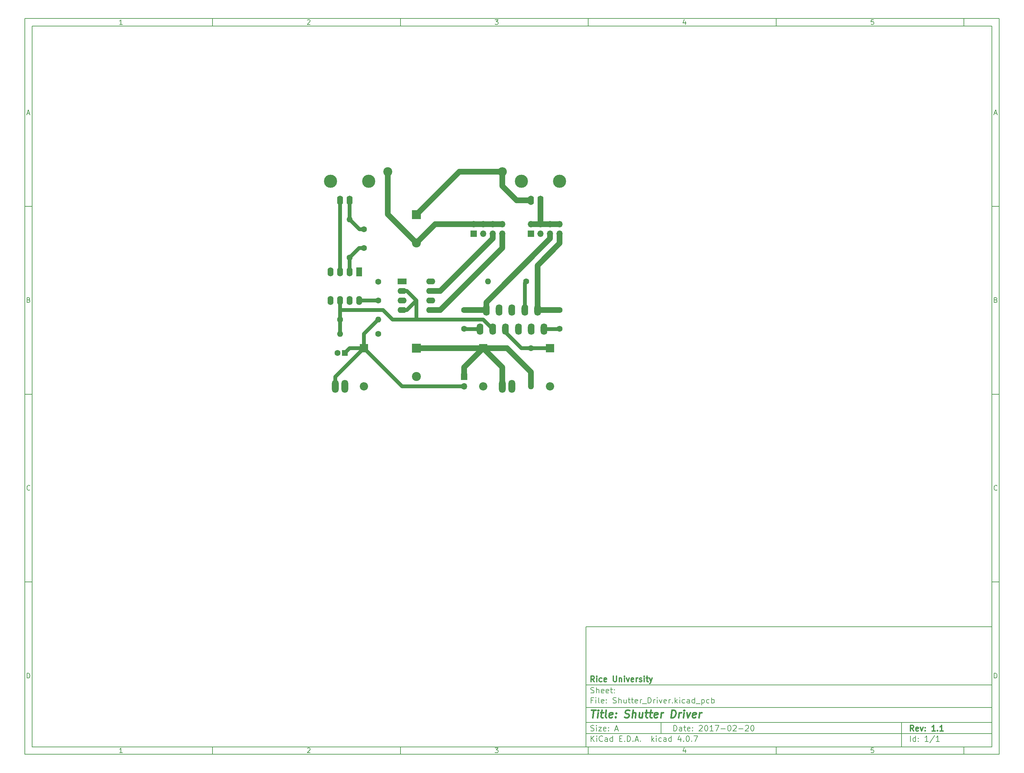
<source format=gtl>
%TF.GenerationSoftware,KiCad,Pcbnew,4.0.7*%
%TF.CreationDate,2018-02-11T16:58:38-06:00*%
%TF.ProjectId,Shutter_Driver,536875747465725F4472697665722E6B,1.1*%
%TF.FileFunction,Copper,L1,Top,Signal*%
%FSLAX46Y46*%
G04 Gerber Fmt 4.6, Leading zero omitted, Abs format (unit mm)*
G04 Created by KiCad (PCBNEW 4.0.7) date 02/11/18 16:58:38*
%MOMM*%
%LPD*%
G01*
G04 APERTURE LIST*
%ADD10C,0.100000*%
%ADD11C,0.150000*%
%ADD12C,0.300000*%
%ADD13C,0.400000*%
%ADD14O,1.800860X3.500120*%
%ADD15R,1.700000X1.700000*%
%ADD16O,1.700000X1.700000*%
%ADD17O,1.778000X3.048000*%
%ADD18C,3.500120*%
%ADD19O,1.600200X2.499360*%
%ADD20C,1.600000*%
%ADD21R,2.400000X2.400000*%
%ADD22C,2.400000*%
%ADD23R,1.600000X1.600000*%
%ADD24R,2.200000X2.200000*%
%ADD25O,2.200000X2.200000*%
%ADD26O,1.600000X1.600000*%
%ADD27O,2.400000X2.400000*%
%ADD28R,1.600000X2.400000*%
%ADD29O,1.600000X2.400000*%
%ADD30R,2.400000X1.600000*%
%ADD31O,2.400000X1.600000*%
%ADD32C,1.000000*%
%ADD33C,1.500000*%
G04 APERTURE END LIST*
D10*
D11*
X159400000Y-171900000D02*
X159400000Y-203900000D01*
X267400000Y-203900000D01*
X267400000Y-171900000D01*
X159400000Y-171900000D01*
D10*
D11*
X10000000Y-10000000D02*
X10000000Y-205900000D01*
X269400000Y-205900000D01*
X269400000Y-10000000D01*
X10000000Y-10000000D01*
D10*
D11*
X12000000Y-12000000D02*
X12000000Y-203900000D01*
X267400000Y-203900000D01*
X267400000Y-12000000D01*
X12000000Y-12000000D01*
D10*
D11*
X60000000Y-12000000D02*
X60000000Y-10000000D01*
D10*
D11*
X110000000Y-12000000D02*
X110000000Y-10000000D01*
D10*
D11*
X160000000Y-12000000D02*
X160000000Y-10000000D01*
D10*
D11*
X210000000Y-12000000D02*
X210000000Y-10000000D01*
D10*
D11*
X260000000Y-12000000D02*
X260000000Y-10000000D01*
D10*
D11*
X35990476Y-11588095D02*
X35247619Y-11588095D01*
X35619048Y-11588095D02*
X35619048Y-10288095D01*
X35495238Y-10473810D01*
X35371429Y-10597619D01*
X35247619Y-10659524D01*
D10*
D11*
X85247619Y-10411905D02*
X85309524Y-10350000D01*
X85433333Y-10288095D01*
X85742857Y-10288095D01*
X85866667Y-10350000D01*
X85928571Y-10411905D01*
X85990476Y-10535714D01*
X85990476Y-10659524D01*
X85928571Y-10845238D01*
X85185714Y-11588095D01*
X85990476Y-11588095D01*
D10*
D11*
X135185714Y-10288095D02*
X135990476Y-10288095D01*
X135557143Y-10783333D01*
X135742857Y-10783333D01*
X135866667Y-10845238D01*
X135928571Y-10907143D01*
X135990476Y-11030952D01*
X135990476Y-11340476D01*
X135928571Y-11464286D01*
X135866667Y-11526190D01*
X135742857Y-11588095D01*
X135371429Y-11588095D01*
X135247619Y-11526190D01*
X135185714Y-11464286D01*
D10*
D11*
X185866667Y-10721429D02*
X185866667Y-11588095D01*
X185557143Y-10226190D02*
X185247619Y-11154762D01*
X186052381Y-11154762D01*
D10*
D11*
X235928571Y-10288095D02*
X235309524Y-10288095D01*
X235247619Y-10907143D01*
X235309524Y-10845238D01*
X235433333Y-10783333D01*
X235742857Y-10783333D01*
X235866667Y-10845238D01*
X235928571Y-10907143D01*
X235990476Y-11030952D01*
X235990476Y-11340476D01*
X235928571Y-11464286D01*
X235866667Y-11526190D01*
X235742857Y-11588095D01*
X235433333Y-11588095D01*
X235309524Y-11526190D01*
X235247619Y-11464286D01*
D10*
D11*
X60000000Y-203900000D02*
X60000000Y-205900000D01*
D10*
D11*
X110000000Y-203900000D02*
X110000000Y-205900000D01*
D10*
D11*
X160000000Y-203900000D02*
X160000000Y-205900000D01*
D10*
D11*
X210000000Y-203900000D02*
X210000000Y-205900000D01*
D10*
D11*
X260000000Y-203900000D02*
X260000000Y-205900000D01*
D10*
D11*
X35990476Y-205488095D02*
X35247619Y-205488095D01*
X35619048Y-205488095D02*
X35619048Y-204188095D01*
X35495238Y-204373810D01*
X35371429Y-204497619D01*
X35247619Y-204559524D01*
D10*
D11*
X85247619Y-204311905D02*
X85309524Y-204250000D01*
X85433333Y-204188095D01*
X85742857Y-204188095D01*
X85866667Y-204250000D01*
X85928571Y-204311905D01*
X85990476Y-204435714D01*
X85990476Y-204559524D01*
X85928571Y-204745238D01*
X85185714Y-205488095D01*
X85990476Y-205488095D01*
D10*
D11*
X135185714Y-204188095D02*
X135990476Y-204188095D01*
X135557143Y-204683333D01*
X135742857Y-204683333D01*
X135866667Y-204745238D01*
X135928571Y-204807143D01*
X135990476Y-204930952D01*
X135990476Y-205240476D01*
X135928571Y-205364286D01*
X135866667Y-205426190D01*
X135742857Y-205488095D01*
X135371429Y-205488095D01*
X135247619Y-205426190D01*
X135185714Y-205364286D01*
D10*
D11*
X185866667Y-204621429D02*
X185866667Y-205488095D01*
X185557143Y-204126190D02*
X185247619Y-205054762D01*
X186052381Y-205054762D01*
D10*
D11*
X235928571Y-204188095D02*
X235309524Y-204188095D01*
X235247619Y-204807143D01*
X235309524Y-204745238D01*
X235433333Y-204683333D01*
X235742857Y-204683333D01*
X235866667Y-204745238D01*
X235928571Y-204807143D01*
X235990476Y-204930952D01*
X235990476Y-205240476D01*
X235928571Y-205364286D01*
X235866667Y-205426190D01*
X235742857Y-205488095D01*
X235433333Y-205488095D01*
X235309524Y-205426190D01*
X235247619Y-205364286D01*
D10*
D11*
X10000000Y-60000000D02*
X12000000Y-60000000D01*
D10*
D11*
X10000000Y-110000000D02*
X12000000Y-110000000D01*
D10*
D11*
X10000000Y-160000000D02*
X12000000Y-160000000D01*
D10*
D11*
X10690476Y-35216667D02*
X11309524Y-35216667D01*
X10566667Y-35588095D02*
X11000000Y-34288095D01*
X11433333Y-35588095D01*
D10*
D11*
X11092857Y-84907143D02*
X11278571Y-84969048D01*
X11340476Y-85030952D01*
X11402381Y-85154762D01*
X11402381Y-85340476D01*
X11340476Y-85464286D01*
X11278571Y-85526190D01*
X11154762Y-85588095D01*
X10659524Y-85588095D01*
X10659524Y-84288095D01*
X11092857Y-84288095D01*
X11216667Y-84350000D01*
X11278571Y-84411905D01*
X11340476Y-84535714D01*
X11340476Y-84659524D01*
X11278571Y-84783333D01*
X11216667Y-84845238D01*
X11092857Y-84907143D01*
X10659524Y-84907143D01*
D10*
D11*
X11402381Y-135464286D02*
X11340476Y-135526190D01*
X11154762Y-135588095D01*
X11030952Y-135588095D01*
X10845238Y-135526190D01*
X10721429Y-135402381D01*
X10659524Y-135278571D01*
X10597619Y-135030952D01*
X10597619Y-134845238D01*
X10659524Y-134597619D01*
X10721429Y-134473810D01*
X10845238Y-134350000D01*
X11030952Y-134288095D01*
X11154762Y-134288095D01*
X11340476Y-134350000D01*
X11402381Y-134411905D01*
D10*
D11*
X10659524Y-185588095D02*
X10659524Y-184288095D01*
X10969048Y-184288095D01*
X11154762Y-184350000D01*
X11278571Y-184473810D01*
X11340476Y-184597619D01*
X11402381Y-184845238D01*
X11402381Y-185030952D01*
X11340476Y-185278571D01*
X11278571Y-185402381D01*
X11154762Y-185526190D01*
X10969048Y-185588095D01*
X10659524Y-185588095D01*
D10*
D11*
X269400000Y-60000000D02*
X267400000Y-60000000D01*
D10*
D11*
X269400000Y-110000000D02*
X267400000Y-110000000D01*
D10*
D11*
X269400000Y-160000000D02*
X267400000Y-160000000D01*
D10*
D11*
X268090476Y-35216667D02*
X268709524Y-35216667D01*
X267966667Y-35588095D02*
X268400000Y-34288095D01*
X268833333Y-35588095D01*
D10*
D11*
X268492857Y-84907143D02*
X268678571Y-84969048D01*
X268740476Y-85030952D01*
X268802381Y-85154762D01*
X268802381Y-85340476D01*
X268740476Y-85464286D01*
X268678571Y-85526190D01*
X268554762Y-85588095D01*
X268059524Y-85588095D01*
X268059524Y-84288095D01*
X268492857Y-84288095D01*
X268616667Y-84350000D01*
X268678571Y-84411905D01*
X268740476Y-84535714D01*
X268740476Y-84659524D01*
X268678571Y-84783333D01*
X268616667Y-84845238D01*
X268492857Y-84907143D01*
X268059524Y-84907143D01*
D10*
D11*
X268802381Y-135464286D02*
X268740476Y-135526190D01*
X268554762Y-135588095D01*
X268430952Y-135588095D01*
X268245238Y-135526190D01*
X268121429Y-135402381D01*
X268059524Y-135278571D01*
X267997619Y-135030952D01*
X267997619Y-134845238D01*
X268059524Y-134597619D01*
X268121429Y-134473810D01*
X268245238Y-134350000D01*
X268430952Y-134288095D01*
X268554762Y-134288095D01*
X268740476Y-134350000D01*
X268802381Y-134411905D01*
D10*
D11*
X268059524Y-185588095D02*
X268059524Y-184288095D01*
X268369048Y-184288095D01*
X268554762Y-184350000D01*
X268678571Y-184473810D01*
X268740476Y-184597619D01*
X268802381Y-184845238D01*
X268802381Y-185030952D01*
X268740476Y-185278571D01*
X268678571Y-185402381D01*
X268554762Y-185526190D01*
X268369048Y-185588095D01*
X268059524Y-185588095D01*
D10*
D11*
X182757143Y-199678571D02*
X182757143Y-198178571D01*
X183114286Y-198178571D01*
X183328571Y-198250000D01*
X183471429Y-198392857D01*
X183542857Y-198535714D01*
X183614286Y-198821429D01*
X183614286Y-199035714D01*
X183542857Y-199321429D01*
X183471429Y-199464286D01*
X183328571Y-199607143D01*
X183114286Y-199678571D01*
X182757143Y-199678571D01*
X184900000Y-199678571D02*
X184900000Y-198892857D01*
X184828571Y-198750000D01*
X184685714Y-198678571D01*
X184400000Y-198678571D01*
X184257143Y-198750000D01*
X184900000Y-199607143D02*
X184757143Y-199678571D01*
X184400000Y-199678571D01*
X184257143Y-199607143D01*
X184185714Y-199464286D01*
X184185714Y-199321429D01*
X184257143Y-199178571D01*
X184400000Y-199107143D01*
X184757143Y-199107143D01*
X184900000Y-199035714D01*
X185400000Y-198678571D02*
X185971429Y-198678571D01*
X185614286Y-198178571D02*
X185614286Y-199464286D01*
X185685714Y-199607143D01*
X185828572Y-199678571D01*
X185971429Y-199678571D01*
X187042857Y-199607143D02*
X186900000Y-199678571D01*
X186614286Y-199678571D01*
X186471429Y-199607143D01*
X186400000Y-199464286D01*
X186400000Y-198892857D01*
X186471429Y-198750000D01*
X186614286Y-198678571D01*
X186900000Y-198678571D01*
X187042857Y-198750000D01*
X187114286Y-198892857D01*
X187114286Y-199035714D01*
X186400000Y-199178571D01*
X187757143Y-199535714D02*
X187828571Y-199607143D01*
X187757143Y-199678571D01*
X187685714Y-199607143D01*
X187757143Y-199535714D01*
X187757143Y-199678571D01*
X187757143Y-198750000D02*
X187828571Y-198821429D01*
X187757143Y-198892857D01*
X187685714Y-198821429D01*
X187757143Y-198750000D01*
X187757143Y-198892857D01*
X189542857Y-198321429D02*
X189614286Y-198250000D01*
X189757143Y-198178571D01*
X190114286Y-198178571D01*
X190257143Y-198250000D01*
X190328572Y-198321429D01*
X190400000Y-198464286D01*
X190400000Y-198607143D01*
X190328572Y-198821429D01*
X189471429Y-199678571D01*
X190400000Y-199678571D01*
X191328571Y-198178571D02*
X191471428Y-198178571D01*
X191614285Y-198250000D01*
X191685714Y-198321429D01*
X191757143Y-198464286D01*
X191828571Y-198750000D01*
X191828571Y-199107143D01*
X191757143Y-199392857D01*
X191685714Y-199535714D01*
X191614285Y-199607143D01*
X191471428Y-199678571D01*
X191328571Y-199678571D01*
X191185714Y-199607143D01*
X191114285Y-199535714D01*
X191042857Y-199392857D01*
X190971428Y-199107143D01*
X190971428Y-198750000D01*
X191042857Y-198464286D01*
X191114285Y-198321429D01*
X191185714Y-198250000D01*
X191328571Y-198178571D01*
X193257142Y-199678571D02*
X192399999Y-199678571D01*
X192828571Y-199678571D02*
X192828571Y-198178571D01*
X192685714Y-198392857D01*
X192542856Y-198535714D01*
X192399999Y-198607143D01*
X193757142Y-198178571D02*
X194757142Y-198178571D01*
X194114285Y-199678571D01*
X195328570Y-199107143D02*
X196471427Y-199107143D01*
X197471427Y-198178571D02*
X197614284Y-198178571D01*
X197757141Y-198250000D01*
X197828570Y-198321429D01*
X197899999Y-198464286D01*
X197971427Y-198750000D01*
X197971427Y-199107143D01*
X197899999Y-199392857D01*
X197828570Y-199535714D01*
X197757141Y-199607143D01*
X197614284Y-199678571D01*
X197471427Y-199678571D01*
X197328570Y-199607143D01*
X197257141Y-199535714D01*
X197185713Y-199392857D01*
X197114284Y-199107143D01*
X197114284Y-198750000D01*
X197185713Y-198464286D01*
X197257141Y-198321429D01*
X197328570Y-198250000D01*
X197471427Y-198178571D01*
X198542855Y-198321429D02*
X198614284Y-198250000D01*
X198757141Y-198178571D01*
X199114284Y-198178571D01*
X199257141Y-198250000D01*
X199328570Y-198321429D01*
X199399998Y-198464286D01*
X199399998Y-198607143D01*
X199328570Y-198821429D01*
X198471427Y-199678571D01*
X199399998Y-199678571D01*
X200042855Y-199107143D02*
X201185712Y-199107143D01*
X201828569Y-198321429D02*
X201899998Y-198250000D01*
X202042855Y-198178571D01*
X202399998Y-198178571D01*
X202542855Y-198250000D01*
X202614284Y-198321429D01*
X202685712Y-198464286D01*
X202685712Y-198607143D01*
X202614284Y-198821429D01*
X201757141Y-199678571D01*
X202685712Y-199678571D01*
X203614283Y-198178571D02*
X203757140Y-198178571D01*
X203899997Y-198250000D01*
X203971426Y-198321429D01*
X204042855Y-198464286D01*
X204114283Y-198750000D01*
X204114283Y-199107143D01*
X204042855Y-199392857D01*
X203971426Y-199535714D01*
X203899997Y-199607143D01*
X203757140Y-199678571D01*
X203614283Y-199678571D01*
X203471426Y-199607143D01*
X203399997Y-199535714D01*
X203328569Y-199392857D01*
X203257140Y-199107143D01*
X203257140Y-198750000D01*
X203328569Y-198464286D01*
X203399997Y-198321429D01*
X203471426Y-198250000D01*
X203614283Y-198178571D01*
D10*
D11*
X159400000Y-200400000D02*
X267400000Y-200400000D01*
D10*
D11*
X160757143Y-202478571D02*
X160757143Y-200978571D01*
X161614286Y-202478571D02*
X160971429Y-201621429D01*
X161614286Y-200978571D02*
X160757143Y-201835714D01*
X162257143Y-202478571D02*
X162257143Y-201478571D01*
X162257143Y-200978571D02*
X162185714Y-201050000D01*
X162257143Y-201121429D01*
X162328571Y-201050000D01*
X162257143Y-200978571D01*
X162257143Y-201121429D01*
X163828572Y-202335714D02*
X163757143Y-202407143D01*
X163542857Y-202478571D01*
X163400000Y-202478571D01*
X163185715Y-202407143D01*
X163042857Y-202264286D01*
X162971429Y-202121429D01*
X162900000Y-201835714D01*
X162900000Y-201621429D01*
X162971429Y-201335714D01*
X163042857Y-201192857D01*
X163185715Y-201050000D01*
X163400000Y-200978571D01*
X163542857Y-200978571D01*
X163757143Y-201050000D01*
X163828572Y-201121429D01*
X165114286Y-202478571D02*
X165114286Y-201692857D01*
X165042857Y-201550000D01*
X164900000Y-201478571D01*
X164614286Y-201478571D01*
X164471429Y-201550000D01*
X165114286Y-202407143D02*
X164971429Y-202478571D01*
X164614286Y-202478571D01*
X164471429Y-202407143D01*
X164400000Y-202264286D01*
X164400000Y-202121429D01*
X164471429Y-201978571D01*
X164614286Y-201907143D01*
X164971429Y-201907143D01*
X165114286Y-201835714D01*
X166471429Y-202478571D02*
X166471429Y-200978571D01*
X166471429Y-202407143D02*
X166328572Y-202478571D01*
X166042858Y-202478571D01*
X165900000Y-202407143D01*
X165828572Y-202335714D01*
X165757143Y-202192857D01*
X165757143Y-201764286D01*
X165828572Y-201621429D01*
X165900000Y-201550000D01*
X166042858Y-201478571D01*
X166328572Y-201478571D01*
X166471429Y-201550000D01*
X168328572Y-201692857D02*
X168828572Y-201692857D01*
X169042858Y-202478571D02*
X168328572Y-202478571D01*
X168328572Y-200978571D01*
X169042858Y-200978571D01*
X169685715Y-202335714D02*
X169757143Y-202407143D01*
X169685715Y-202478571D01*
X169614286Y-202407143D01*
X169685715Y-202335714D01*
X169685715Y-202478571D01*
X170400001Y-202478571D02*
X170400001Y-200978571D01*
X170757144Y-200978571D01*
X170971429Y-201050000D01*
X171114287Y-201192857D01*
X171185715Y-201335714D01*
X171257144Y-201621429D01*
X171257144Y-201835714D01*
X171185715Y-202121429D01*
X171114287Y-202264286D01*
X170971429Y-202407143D01*
X170757144Y-202478571D01*
X170400001Y-202478571D01*
X171900001Y-202335714D02*
X171971429Y-202407143D01*
X171900001Y-202478571D01*
X171828572Y-202407143D01*
X171900001Y-202335714D01*
X171900001Y-202478571D01*
X172542858Y-202050000D02*
X173257144Y-202050000D01*
X172400001Y-202478571D02*
X172900001Y-200978571D01*
X173400001Y-202478571D01*
X173900001Y-202335714D02*
X173971429Y-202407143D01*
X173900001Y-202478571D01*
X173828572Y-202407143D01*
X173900001Y-202335714D01*
X173900001Y-202478571D01*
X176900001Y-202478571D02*
X176900001Y-200978571D01*
X177042858Y-201907143D02*
X177471429Y-202478571D01*
X177471429Y-201478571D02*
X176900001Y-202050000D01*
X178114287Y-202478571D02*
X178114287Y-201478571D01*
X178114287Y-200978571D02*
X178042858Y-201050000D01*
X178114287Y-201121429D01*
X178185715Y-201050000D01*
X178114287Y-200978571D01*
X178114287Y-201121429D01*
X179471430Y-202407143D02*
X179328573Y-202478571D01*
X179042859Y-202478571D01*
X178900001Y-202407143D01*
X178828573Y-202335714D01*
X178757144Y-202192857D01*
X178757144Y-201764286D01*
X178828573Y-201621429D01*
X178900001Y-201550000D01*
X179042859Y-201478571D01*
X179328573Y-201478571D01*
X179471430Y-201550000D01*
X180757144Y-202478571D02*
X180757144Y-201692857D01*
X180685715Y-201550000D01*
X180542858Y-201478571D01*
X180257144Y-201478571D01*
X180114287Y-201550000D01*
X180757144Y-202407143D02*
X180614287Y-202478571D01*
X180257144Y-202478571D01*
X180114287Y-202407143D01*
X180042858Y-202264286D01*
X180042858Y-202121429D01*
X180114287Y-201978571D01*
X180257144Y-201907143D01*
X180614287Y-201907143D01*
X180757144Y-201835714D01*
X182114287Y-202478571D02*
X182114287Y-200978571D01*
X182114287Y-202407143D02*
X181971430Y-202478571D01*
X181685716Y-202478571D01*
X181542858Y-202407143D01*
X181471430Y-202335714D01*
X181400001Y-202192857D01*
X181400001Y-201764286D01*
X181471430Y-201621429D01*
X181542858Y-201550000D01*
X181685716Y-201478571D01*
X181971430Y-201478571D01*
X182114287Y-201550000D01*
X184614287Y-201478571D02*
X184614287Y-202478571D01*
X184257144Y-200907143D02*
X183900001Y-201978571D01*
X184828573Y-201978571D01*
X185400001Y-202335714D02*
X185471429Y-202407143D01*
X185400001Y-202478571D01*
X185328572Y-202407143D01*
X185400001Y-202335714D01*
X185400001Y-202478571D01*
X186400001Y-200978571D02*
X186542858Y-200978571D01*
X186685715Y-201050000D01*
X186757144Y-201121429D01*
X186828573Y-201264286D01*
X186900001Y-201550000D01*
X186900001Y-201907143D01*
X186828573Y-202192857D01*
X186757144Y-202335714D01*
X186685715Y-202407143D01*
X186542858Y-202478571D01*
X186400001Y-202478571D01*
X186257144Y-202407143D01*
X186185715Y-202335714D01*
X186114287Y-202192857D01*
X186042858Y-201907143D01*
X186042858Y-201550000D01*
X186114287Y-201264286D01*
X186185715Y-201121429D01*
X186257144Y-201050000D01*
X186400001Y-200978571D01*
X187542858Y-202335714D02*
X187614286Y-202407143D01*
X187542858Y-202478571D01*
X187471429Y-202407143D01*
X187542858Y-202335714D01*
X187542858Y-202478571D01*
X188114287Y-200978571D02*
X189114287Y-200978571D01*
X188471430Y-202478571D01*
D10*
D11*
X159400000Y-197400000D02*
X267400000Y-197400000D01*
D10*
D12*
X246614286Y-199678571D02*
X246114286Y-198964286D01*
X245757143Y-199678571D02*
X245757143Y-198178571D01*
X246328571Y-198178571D01*
X246471429Y-198250000D01*
X246542857Y-198321429D01*
X246614286Y-198464286D01*
X246614286Y-198678571D01*
X246542857Y-198821429D01*
X246471429Y-198892857D01*
X246328571Y-198964286D01*
X245757143Y-198964286D01*
X247828571Y-199607143D02*
X247685714Y-199678571D01*
X247400000Y-199678571D01*
X247257143Y-199607143D01*
X247185714Y-199464286D01*
X247185714Y-198892857D01*
X247257143Y-198750000D01*
X247400000Y-198678571D01*
X247685714Y-198678571D01*
X247828571Y-198750000D01*
X247900000Y-198892857D01*
X247900000Y-199035714D01*
X247185714Y-199178571D01*
X248400000Y-198678571D02*
X248757143Y-199678571D01*
X249114285Y-198678571D01*
X249685714Y-199535714D02*
X249757142Y-199607143D01*
X249685714Y-199678571D01*
X249614285Y-199607143D01*
X249685714Y-199535714D01*
X249685714Y-199678571D01*
X249685714Y-198750000D02*
X249757142Y-198821429D01*
X249685714Y-198892857D01*
X249614285Y-198821429D01*
X249685714Y-198750000D01*
X249685714Y-198892857D01*
X252328571Y-199678571D02*
X251471428Y-199678571D01*
X251900000Y-199678571D02*
X251900000Y-198178571D01*
X251757143Y-198392857D01*
X251614285Y-198535714D01*
X251471428Y-198607143D01*
X252971428Y-199535714D02*
X253042856Y-199607143D01*
X252971428Y-199678571D01*
X252899999Y-199607143D01*
X252971428Y-199535714D01*
X252971428Y-199678571D01*
X254471428Y-199678571D02*
X253614285Y-199678571D01*
X254042857Y-199678571D02*
X254042857Y-198178571D01*
X253900000Y-198392857D01*
X253757142Y-198535714D01*
X253614285Y-198607143D01*
D10*
D11*
X160685714Y-199607143D02*
X160900000Y-199678571D01*
X161257143Y-199678571D01*
X161400000Y-199607143D01*
X161471429Y-199535714D01*
X161542857Y-199392857D01*
X161542857Y-199250000D01*
X161471429Y-199107143D01*
X161400000Y-199035714D01*
X161257143Y-198964286D01*
X160971429Y-198892857D01*
X160828571Y-198821429D01*
X160757143Y-198750000D01*
X160685714Y-198607143D01*
X160685714Y-198464286D01*
X160757143Y-198321429D01*
X160828571Y-198250000D01*
X160971429Y-198178571D01*
X161328571Y-198178571D01*
X161542857Y-198250000D01*
X162185714Y-199678571D02*
X162185714Y-198678571D01*
X162185714Y-198178571D02*
X162114285Y-198250000D01*
X162185714Y-198321429D01*
X162257142Y-198250000D01*
X162185714Y-198178571D01*
X162185714Y-198321429D01*
X162757143Y-198678571D02*
X163542857Y-198678571D01*
X162757143Y-199678571D01*
X163542857Y-199678571D01*
X164685714Y-199607143D02*
X164542857Y-199678571D01*
X164257143Y-199678571D01*
X164114286Y-199607143D01*
X164042857Y-199464286D01*
X164042857Y-198892857D01*
X164114286Y-198750000D01*
X164257143Y-198678571D01*
X164542857Y-198678571D01*
X164685714Y-198750000D01*
X164757143Y-198892857D01*
X164757143Y-199035714D01*
X164042857Y-199178571D01*
X165400000Y-199535714D02*
X165471428Y-199607143D01*
X165400000Y-199678571D01*
X165328571Y-199607143D01*
X165400000Y-199535714D01*
X165400000Y-199678571D01*
X165400000Y-198750000D02*
X165471428Y-198821429D01*
X165400000Y-198892857D01*
X165328571Y-198821429D01*
X165400000Y-198750000D01*
X165400000Y-198892857D01*
X167185714Y-199250000D02*
X167900000Y-199250000D01*
X167042857Y-199678571D02*
X167542857Y-198178571D01*
X168042857Y-199678571D01*
D10*
D11*
X245757143Y-202478571D02*
X245757143Y-200978571D01*
X247114286Y-202478571D02*
X247114286Y-200978571D01*
X247114286Y-202407143D02*
X246971429Y-202478571D01*
X246685715Y-202478571D01*
X246542857Y-202407143D01*
X246471429Y-202335714D01*
X246400000Y-202192857D01*
X246400000Y-201764286D01*
X246471429Y-201621429D01*
X246542857Y-201550000D01*
X246685715Y-201478571D01*
X246971429Y-201478571D01*
X247114286Y-201550000D01*
X247828572Y-202335714D02*
X247900000Y-202407143D01*
X247828572Y-202478571D01*
X247757143Y-202407143D01*
X247828572Y-202335714D01*
X247828572Y-202478571D01*
X247828572Y-201550000D02*
X247900000Y-201621429D01*
X247828572Y-201692857D01*
X247757143Y-201621429D01*
X247828572Y-201550000D01*
X247828572Y-201692857D01*
X250471429Y-202478571D02*
X249614286Y-202478571D01*
X250042858Y-202478571D02*
X250042858Y-200978571D01*
X249900001Y-201192857D01*
X249757143Y-201335714D01*
X249614286Y-201407143D01*
X252185714Y-200907143D02*
X250900000Y-202835714D01*
X253471429Y-202478571D02*
X252614286Y-202478571D01*
X253042858Y-202478571D02*
X253042858Y-200978571D01*
X252900001Y-201192857D01*
X252757143Y-201335714D01*
X252614286Y-201407143D01*
D10*
D11*
X159400000Y-193400000D02*
X267400000Y-193400000D01*
D10*
D13*
X160852381Y-194104762D02*
X161995238Y-194104762D01*
X161173810Y-196104762D02*
X161423810Y-194104762D01*
X162411905Y-196104762D02*
X162578571Y-194771429D01*
X162661905Y-194104762D02*
X162554762Y-194200000D01*
X162638095Y-194295238D01*
X162745239Y-194200000D01*
X162661905Y-194104762D01*
X162638095Y-194295238D01*
X163245238Y-194771429D02*
X164007143Y-194771429D01*
X163614286Y-194104762D02*
X163400000Y-195819048D01*
X163471430Y-196009524D01*
X163650001Y-196104762D01*
X163840477Y-196104762D01*
X164792858Y-196104762D02*
X164614287Y-196009524D01*
X164542857Y-195819048D01*
X164757143Y-194104762D01*
X166328572Y-196009524D02*
X166126191Y-196104762D01*
X165745239Y-196104762D01*
X165566667Y-196009524D01*
X165495238Y-195819048D01*
X165590476Y-195057143D01*
X165709524Y-194866667D01*
X165911905Y-194771429D01*
X166292857Y-194771429D01*
X166471429Y-194866667D01*
X166542857Y-195057143D01*
X166519048Y-195247619D01*
X165542857Y-195438095D01*
X167292857Y-195914286D02*
X167376192Y-196009524D01*
X167269048Y-196104762D01*
X167185715Y-196009524D01*
X167292857Y-195914286D01*
X167269048Y-196104762D01*
X167423810Y-194866667D02*
X167507144Y-194961905D01*
X167400000Y-195057143D01*
X167316667Y-194961905D01*
X167423810Y-194866667D01*
X167400000Y-195057143D01*
X169661906Y-196009524D02*
X169935716Y-196104762D01*
X170411906Y-196104762D01*
X170614287Y-196009524D01*
X170721429Y-195914286D01*
X170840478Y-195723810D01*
X170864287Y-195533333D01*
X170792858Y-195342857D01*
X170709525Y-195247619D01*
X170530953Y-195152381D01*
X170161906Y-195057143D01*
X169983335Y-194961905D01*
X169900001Y-194866667D01*
X169828572Y-194676190D01*
X169852382Y-194485714D01*
X169971429Y-194295238D01*
X170078573Y-194200000D01*
X170280954Y-194104762D01*
X170757144Y-194104762D01*
X171030954Y-194200000D01*
X171650001Y-196104762D02*
X171900001Y-194104762D01*
X172507144Y-196104762D02*
X172638096Y-195057143D01*
X172566668Y-194866667D01*
X172388096Y-194771429D01*
X172102382Y-194771429D01*
X171900002Y-194866667D01*
X171792858Y-194961905D01*
X174483334Y-194771429D02*
X174316668Y-196104762D01*
X173626191Y-194771429D02*
X173495239Y-195819048D01*
X173566669Y-196009524D01*
X173745240Y-196104762D01*
X174030954Y-196104762D01*
X174233335Y-196009524D01*
X174340477Y-195914286D01*
X175150001Y-194771429D02*
X175911906Y-194771429D01*
X175519049Y-194104762D02*
X175304763Y-195819048D01*
X175376193Y-196009524D01*
X175554764Y-196104762D01*
X175745240Y-196104762D01*
X176292858Y-194771429D02*
X177054763Y-194771429D01*
X176661906Y-194104762D02*
X176447620Y-195819048D01*
X176519050Y-196009524D01*
X176697621Y-196104762D01*
X176888097Y-196104762D01*
X178328573Y-196009524D02*
X178126192Y-196104762D01*
X177745240Y-196104762D01*
X177566668Y-196009524D01*
X177495239Y-195819048D01*
X177590477Y-195057143D01*
X177709525Y-194866667D01*
X177911906Y-194771429D01*
X178292858Y-194771429D01*
X178471430Y-194866667D01*
X178542858Y-195057143D01*
X178519049Y-195247619D01*
X177542858Y-195438095D01*
X179269049Y-196104762D02*
X179435715Y-194771429D01*
X179388096Y-195152381D02*
X179507145Y-194961905D01*
X179614288Y-194866667D01*
X179816668Y-194771429D01*
X180007144Y-194771429D01*
X182030954Y-196104762D02*
X182280954Y-194104762D01*
X182757145Y-194104762D01*
X183030954Y-194200000D01*
X183197621Y-194390476D01*
X183269050Y-194580952D01*
X183316669Y-194961905D01*
X183280955Y-195247619D01*
X183138098Y-195628571D01*
X183019049Y-195819048D01*
X182804764Y-196009524D01*
X182507145Y-196104762D01*
X182030954Y-196104762D01*
X184030954Y-196104762D02*
X184197620Y-194771429D01*
X184150001Y-195152381D02*
X184269050Y-194961905D01*
X184376193Y-194866667D01*
X184578573Y-194771429D01*
X184769049Y-194771429D01*
X185269049Y-196104762D02*
X185435715Y-194771429D01*
X185519049Y-194104762D02*
X185411906Y-194200000D01*
X185495239Y-194295238D01*
X185602383Y-194200000D01*
X185519049Y-194104762D01*
X185495239Y-194295238D01*
X186197620Y-194771429D02*
X186507145Y-196104762D01*
X187150001Y-194771429D01*
X188519050Y-196009524D02*
X188316669Y-196104762D01*
X187935717Y-196104762D01*
X187757145Y-196009524D01*
X187685716Y-195819048D01*
X187780954Y-195057143D01*
X187900002Y-194866667D01*
X188102383Y-194771429D01*
X188483335Y-194771429D01*
X188661907Y-194866667D01*
X188733335Y-195057143D01*
X188709526Y-195247619D01*
X187733335Y-195438095D01*
X189459526Y-196104762D02*
X189626192Y-194771429D01*
X189578573Y-195152381D02*
X189697622Y-194961905D01*
X189804765Y-194866667D01*
X190007145Y-194771429D01*
X190197621Y-194771429D01*
D10*
D11*
X161257143Y-191492857D02*
X160757143Y-191492857D01*
X160757143Y-192278571D02*
X160757143Y-190778571D01*
X161471429Y-190778571D01*
X162042857Y-192278571D02*
X162042857Y-191278571D01*
X162042857Y-190778571D02*
X161971428Y-190850000D01*
X162042857Y-190921429D01*
X162114285Y-190850000D01*
X162042857Y-190778571D01*
X162042857Y-190921429D01*
X162971429Y-192278571D02*
X162828571Y-192207143D01*
X162757143Y-192064286D01*
X162757143Y-190778571D01*
X164114285Y-192207143D02*
X163971428Y-192278571D01*
X163685714Y-192278571D01*
X163542857Y-192207143D01*
X163471428Y-192064286D01*
X163471428Y-191492857D01*
X163542857Y-191350000D01*
X163685714Y-191278571D01*
X163971428Y-191278571D01*
X164114285Y-191350000D01*
X164185714Y-191492857D01*
X164185714Y-191635714D01*
X163471428Y-191778571D01*
X164828571Y-192135714D02*
X164899999Y-192207143D01*
X164828571Y-192278571D01*
X164757142Y-192207143D01*
X164828571Y-192135714D01*
X164828571Y-192278571D01*
X164828571Y-191350000D02*
X164899999Y-191421429D01*
X164828571Y-191492857D01*
X164757142Y-191421429D01*
X164828571Y-191350000D01*
X164828571Y-191492857D01*
X166614285Y-192207143D02*
X166828571Y-192278571D01*
X167185714Y-192278571D01*
X167328571Y-192207143D01*
X167400000Y-192135714D01*
X167471428Y-191992857D01*
X167471428Y-191850000D01*
X167400000Y-191707143D01*
X167328571Y-191635714D01*
X167185714Y-191564286D01*
X166900000Y-191492857D01*
X166757142Y-191421429D01*
X166685714Y-191350000D01*
X166614285Y-191207143D01*
X166614285Y-191064286D01*
X166685714Y-190921429D01*
X166757142Y-190850000D01*
X166900000Y-190778571D01*
X167257142Y-190778571D01*
X167471428Y-190850000D01*
X168114285Y-192278571D02*
X168114285Y-190778571D01*
X168757142Y-192278571D02*
X168757142Y-191492857D01*
X168685713Y-191350000D01*
X168542856Y-191278571D01*
X168328571Y-191278571D01*
X168185713Y-191350000D01*
X168114285Y-191421429D01*
X170114285Y-191278571D02*
X170114285Y-192278571D01*
X169471428Y-191278571D02*
X169471428Y-192064286D01*
X169542856Y-192207143D01*
X169685714Y-192278571D01*
X169899999Y-192278571D01*
X170042856Y-192207143D01*
X170114285Y-192135714D01*
X170614285Y-191278571D02*
X171185714Y-191278571D01*
X170828571Y-190778571D02*
X170828571Y-192064286D01*
X170899999Y-192207143D01*
X171042857Y-192278571D01*
X171185714Y-192278571D01*
X171471428Y-191278571D02*
X172042857Y-191278571D01*
X171685714Y-190778571D02*
X171685714Y-192064286D01*
X171757142Y-192207143D01*
X171900000Y-192278571D01*
X172042857Y-192278571D01*
X173114285Y-192207143D02*
X172971428Y-192278571D01*
X172685714Y-192278571D01*
X172542857Y-192207143D01*
X172471428Y-192064286D01*
X172471428Y-191492857D01*
X172542857Y-191350000D01*
X172685714Y-191278571D01*
X172971428Y-191278571D01*
X173114285Y-191350000D01*
X173185714Y-191492857D01*
X173185714Y-191635714D01*
X172471428Y-191778571D01*
X173828571Y-192278571D02*
X173828571Y-191278571D01*
X173828571Y-191564286D02*
X173899999Y-191421429D01*
X173971428Y-191350000D01*
X174114285Y-191278571D01*
X174257142Y-191278571D01*
X174399999Y-192421429D02*
X175542856Y-192421429D01*
X175899999Y-192278571D02*
X175899999Y-190778571D01*
X176257142Y-190778571D01*
X176471427Y-190850000D01*
X176614285Y-190992857D01*
X176685713Y-191135714D01*
X176757142Y-191421429D01*
X176757142Y-191635714D01*
X176685713Y-191921429D01*
X176614285Y-192064286D01*
X176471427Y-192207143D01*
X176257142Y-192278571D01*
X175899999Y-192278571D01*
X177399999Y-192278571D02*
X177399999Y-191278571D01*
X177399999Y-191564286D02*
X177471427Y-191421429D01*
X177542856Y-191350000D01*
X177685713Y-191278571D01*
X177828570Y-191278571D01*
X178328570Y-192278571D02*
X178328570Y-191278571D01*
X178328570Y-190778571D02*
X178257141Y-190850000D01*
X178328570Y-190921429D01*
X178399998Y-190850000D01*
X178328570Y-190778571D01*
X178328570Y-190921429D01*
X178899999Y-191278571D02*
X179257142Y-192278571D01*
X179614284Y-191278571D01*
X180757141Y-192207143D02*
X180614284Y-192278571D01*
X180328570Y-192278571D01*
X180185713Y-192207143D01*
X180114284Y-192064286D01*
X180114284Y-191492857D01*
X180185713Y-191350000D01*
X180328570Y-191278571D01*
X180614284Y-191278571D01*
X180757141Y-191350000D01*
X180828570Y-191492857D01*
X180828570Y-191635714D01*
X180114284Y-191778571D01*
X181471427Y-192278571D02*
X181471427Y-191278571D01*
X181471427Y-191564286D02*
X181542855Y-191421429D01*
X181614284Y-191350000D01*
X181757141Y-191278571D01*
X181899998Y-191278571D01*
X182399998Y-192135714D02*
X182471426Y-192207143D01*
X182399998Y-192278571D01*
X182328569Y-192207143D01*
X182399998Y-192135714D01*
X182399998Y-192278571D01*
X183114284Y-192278571D02*
X183114284Y-190778571D01*
X183257141Y-191707143D02*
X183685712Y-192278571D01*
X183685712Y-191278571D02*
X183114284Y-191850000D01*
X184328570Y-192278571D02*
X184328570Y-191278571D01*
X184328570Y-190778571D02*
X184257141Y-190850000D01*
X184328570Y-190921429D01*
X184399998Y-190850000D01*
X184328570Y-190778571D01*
X184328570Y-190921429D01*
X185685713Y-192207143D02*
X185542856Y-192278571D01*
X185257142Y-192278571D01*
X185114284Y-192207143D01*
X185042856Y-192135714D01*
X184971427Y-191992857D01*
X184971427Y-191564286D01*
X185042856Y-191421429D01*
X185114284Y-191350000D01*
X185257142Y-191278571D01*
X185542856Y-191278571D01*
X185685713Y-191350000D01*
X186971427Y-192278571D02*
X186971427Y-191492857D01*
X186899998Y-191350000D01*
X186757141Y-191278571D01*
X186471427Y-191278571D01*
X186328570Y-191350000D01*
X186971427Y-192207143D02*
X186828570Y-192278571D01*
X186471427Y-192278571D01*
X186328570Y-192207143D01*
X186257141Y-192064286D01*
X186257141Y-191921429D01*
X186328570Y-191778571D01*
X186471427Y-191707143D01*
X186828570Y-191707143D01*
X186971427Y-191635714D01*
X188328570Y-192278571D02*
X188328570Y-190778571D01*
X188328570Y-192207143D02*
X188185713Y-192278571D01*
X187899999Y-192278571D01*
X187757141Y-192207143D01*
X187685713Y-192135714D01*
X187614284Y-191992857D01*
X187614284Y-191564286D01*
X187685713Y-191421429D01*
X187757141Y-191350000D01*
X187899999Y-191278571D01*
X188185713Y-191278571D01*
X188328570Y-191350000D01*
X188685713Y-192421429D02*
X189828570Y-192421429D01*
X190185713Y-191278571D02*
X190185713Y-192778571D01*
X190185713Y-191350000D02*
X190328570Y-191278571D01*
X190614284Y-191278571D01*
X190757141Y-191350000D01*
X190828570Y-191421429D01*
X190899999Y-191564286D01*
X190899999Y-191992857D01*
X190828570Y-192135714D01*
X190757141Y-192207143D01*
X190614284Y-192278571D01*
X190328570Y-192278571D01*
X190185713Y-192207143D01*
X192185713Y-192207143D02*
X192042856Y-192278571D01*
X191757142Y-192278571D01*
X191614284Y-192207143D01*
X191542856Y-192135714D01*
X191471427Y-191992857D01*
X191471427Y-191564286D01*
X191542856Y-191421429D01*
X191614284Y-191350000D01*
X191757142Y-191278571D01*
X192042856Y-191278571D01*
X192185713Y-191350000D01*
X192828570Y-192278571D02*
X192828570Y-190778571D01*
X192828570Y-191350000D02*
X192971427Y-191278571D01*
X193257141Y-191278571D01*
X193399998Y-191350000D01*
X193471427Y-191421429D01*
X193542856Y-191564286D01*
X193542856Y-191992857D01*
X193471427Y-192135714D01*
X193399998Y-192207143D01*
X193257141Y-192278571D01*
X192971427Y-192278571D01*
X192828570Y-192207143D01*
D10*
D11*
X159400000Y-187400000D02*
X267400000Y-187400000D01*
D10*
D11*
X160685714Y-189507143D02*
X160900000Y-189578571D01*
X161257143Y-189578571D01*
X161400000Y-189507143D01*
X161471429Y-189435714D01*
X161542857Y-189292857D01*
X161542857Y-189150000D01*
X161471429Y-189007143D01*
X161400000Y-188935714D01*
X161257143Y-188864286D01*
X160971429Y-188792857D01*
X160828571Y-188721429D01*
X160757143Y-188650000D01*
X160685714Y-188507143D01*
X160685714Y-188364286D01*
X160757143Y-188221429D01*
X160828571Y-188150000D01*
X160971429Y-188078571D01*
X161328571Y-188078571D01*
X161542857Y-188150000D01*
X162185714Y-189578571D02*
X162185714Y-188078571D01*
X162828571Y-189578571D02*
X162828571Y-188792857D01*
X162757142Y-188650000D01*
X162614285Y-188578571D01*
X162400000Y-188578571D01*
X162257142Y-188650000D01*
X162185714Y-188721429D01*
X164114285Y-189507143D02*
X163971428Y-189578571D01*
X163685714Y-189578571D01*
X163542857Y-189507143D01*
X163471428Y-189364286D01*
X163471428Y-188792857D01*
X163542857Y-188650000D01*
X163685714Y-188578571D01*
X163971428Y-188578571D01*
X164114285Y-188650000D01*
X164185714Y-188792857D01*
X164185714Y-188935714D01*
X163471428Y-189078571D01*
X165399999Y-189507143D02*
X165257142Y-189578571D01*
X164971428Y-189578571D01*
X164828571Y-189507143D01*
X164757142Y-189364286D01*
X164757142Y-188792857D01*
X164828571Y-188650000D01*
X164971428Y-188578571D01*
X165257142Y-188578571D01*
X165399999Y-188650000D01*
X165471428Y-188792857D01*
X165471428Y-188935714D01*
X164757142Y-189078571D01*
X165899999Y-188578571D02*
X166471428Y-188578571D01*
X166114285Y-188078571D02*
X166114285Y-189364286D01*
X166185713Y-189507143D01*
X166328571Y-189578571D01*
X166471428Y-189578571D01*
X166971428Y-189435714D02*
X167042856Y-189507143D01*
X166971428Y-189578571D01*
X166899999Y-189507143D01*
X166971428Y-189435714D01*
X166971428Y-189578571D01*
X166971428Y-188650000D02*
X167042856Y-188721429D01*
X166971428Y-188792857D01*
X166899999Y-188721429D01*
X166971428Y-188650000D01*
X166971428Y-188792857D01*
D10*
D12*
X161614286Y-186578571D02*
X161114286Y-185864286D01*
X160757143Y-186578571D02*
X160757143Y-185078571D01*
X161328571Y-185078571D01*
X161471429Y-185150000D01*
X161542857Y-185221429D01*
X161614286Y-185364286D01*
X161614286Y-185578571D01*
X161542857Y-185721429D01*
X161471429Y-185792857D01*
X161328571Y-185864286D01*
X160757143Y-185864286D01*
X162257143Y-186578571D02*
X162257143Y-185578571D01*
X162257143Y-185078571D02*
X162185714Y-185150000D01*
X162257143Y-185221429D01*
X162328571Y-185150000D01*
X162257143Y-185078571D01*
X162257143Y-185221429D01*
X163614286Y-186507143D02*
X163471429Y-186578571D01*
X163185715Y-186578571D01*
X163042857Y-186507143D01*
X162971429Y-186435714D01*
X162900000Y-186292857D01*
X162900000Y-185864286D01*
X162971429Y-185721429D01*
X163042857Y-185650000D01*
X163185715Y-185578571D01*
X163471429Y-185578571D01*
X163614286Y-185650000D01*
X164828571Y-186507143D02*
X164685714Y-186578571D01*
X164400000Y-186578571D01*
X164257143Y-186507143D01*
X164185714Y-186364286D01*
X164185714Y-185792857D01*
X164257143Y-185650000D01*
X164400000Y-185578571D01*
X164685714Y-185578571D01*
X164828571Y-185650000D01*
X164900000Y-185792857D01*
X164900000Y-185935714D01*
X164185714Y-186078571D01*
X166685714Y-185078571D02*
X166685714Y-186292857D01*
X166757142Y-186435714D01*
X166828571Y-186507143D01*
X166971428Y-186578571D01*
X167257142Y-186578571D01*
X167400000Y-186507143D01*
X167471428Y-186435714D01*
X167542857Y-186292857D01*
X167542857Y-185078571D01*
X168257143Y-185578571D02*
X168257143Y-186578571D01*
X168257143Y-185721429D02*
X168328571Y-185650000D01*
X168471429Y-185578571D01*
X168685714Y-185578571D01*
X168828571Y-185650000D01*
X168900000Y-185792857D01*
X168900000Y-186578571D01*
X169614286Y-186578571D02*
X169614286Y-185578571D01*
X169614286Y-185078571D02*
X169542857Y-185150000D01*
X169614286Y-185221429D01*
X169685714Y-185150000D01*
X169614286Y-185078571D01*
X169614286Y-185221429D01*
X170185715Y-185578571D02*
X170542858Y-186578571D01*
X170900000Y-185578571D01*
X172042857Y-186507143D02*
X171900000Y-186578571D01*
X171614286Y-186578571D01*
X171471429Y-186507143D01*
X171400000Y-186364286D01*
X171400000Y-185792857D01*
X171471429Y-185650000D01*
X171614286Y-185578571D01*
X171900000Y-185578571D01*
X172042857Y-185650000D01*
X172114286Y-185792857D01*
X172114286Y-185935714D01*
X171400000Y-186078571D01*
X172757143Y-186578571D02*
X172757143Y-185578571D01*
X172757143Y-185864286D02*
X172828571Y-185721429D01*
X172900000Y-185650000D01*
X173042857Y-185578571D01*
X173185714Y-185578571D01*
X173614285Y-186507143D02*
X173757142Y-186578571D01*
X174042857Y-186578571D01*
X174185714Y-186507143D01*
X174257142Y-186364286D01*
X174257142Y-186292857D01*
X174185714Y-186150000D01*
X174042857Y-186078571D01*
X173828571Y-186078571D01*
X173685714Y-186007143D01*
X173614285Y-185864286D01*
X173614285Y-185792857D01*
X173685714Y-185650000D01*
X173828571Y-185578571D01*
X174042857Y-185578571D01*
X174185714Y-185650000D01*
X174900000Y-186578571D02*
X174900000Y-185578571D01*
X174900000Y-185078571D02*
X174828571Y-185150000D01*
X174900000Y-185221429D01*
X174971428Y-185150000D01*
X174900000Y-185078571D01*
X174900000Y-185221429D01*
X175400000Y-185578571D02*
X175971429Y-185578571D01*
X175614286Y-185078571D02*
X175614286Y-186364286D01*
X175685714Y-186507143D01*
X175828572Y-186578571D01*
X175971429Y-186578571D01*
X176328572Y-185578571D02*
X176685715Y-186578571D01*
X177042857Y-185578571D02*
X176685715Y-186578571D01*
X176542857Y-186935714D01*
X176471429Y-187007143D01*
X176328572Y-187078571D01*
D10*
D11*
X179400000Y-197400000D02*
X179400000Y-200400000D01*
D10*
D11*
X243400000Y-197400000D02*
X243400000Y-203900000D01*
D14*
X92710000Y-107950000D03*
X95250000Y-107950000D03*
X137160000Y-107950000D03*
X139700000Y-107950000D03*
D15*
X144780000Y-67310000D03*
D16*
X144780000Y-64770000D03*
X147320000Y-67310000D03*
X147320000Y-64770000D03*
X149860000Y-67310000D03*
X149860000Y-64770000D03*
X152400000Y-67310000D03*
X152400000Y-64770000D03*
D15*
X129540000Y-67310000D03*
D16*
X129540000Y-64770000D03*
X132080000Y-67310000D03*
X132080000Y-64770000D03*
X134620000Y-67310000D03*
X134620000Y-64770000D03*
X137160000Y-67310000D03*
X137160000Y-64770000D03*
D17*
X131191000Y-92710000D03*
X132892800Y-87630000D03*
X134594600Y-92710000D03*
X136296400Y-87630000D03*
X137998200Y-92710000D03*
X139700000Y-87630000D03*
X141401800Y-92710000D03*
X143103600Y-87630000D03*
X144805400Y-92710000D03*
X146507200Y-87630000D03*
X148209000Y-92710000D03*
D18*
X91440000Y-53340000D03*
X101600000Y-53340000D03*
D19*
X96520000Y-58420000D03*
X93980000Y-58420000D03*
D18*
X142240000Y-53340000D03*
X152400000Y-53340000D03*
D19*
X147320000Y-58420000D03*
X144780000Y-58420000D03*
D20*
X100330000Y-71120000D03*
X100330000Y-66120000D03*
X104140000Y-85090000D03*
X104140000Y-80090000D03*
X127000000Y-87630000D03*
X127000000Y-92630000D03*
X152400000Y-87630000D03*
X152400000Y-92630000D03*
D21*
X114300000Y-62230000D03*
D22*
X114300000Y-69730000D03*
D23*
X95250000Y-99060000D03*
D20*
X93250000Y-99060000D03*
D21*
X114300000Y-97790000D03*
D22*
X114300000Y-105290000D03*
D24*
X149860000Y-97790000D03*
D25*
X149860000Y-107950000D03*
D24*
X100330000Y-97790000D03*
D25*
X100330000Y-107950000D03*
D24*
X132080000Y-97790000D03*
D25*
X132080000Y-107950000D03*
D15*
X127000000Y-105410000D03*
D16*
X127000000Y-107950000D03*
D20*
X96520000Y-73660000D03*
D26*
X96520000Y-63500000D03*
D20*
X93980000Y-90170000D03*
D26*
X104140000Y-90170000D03*
D22*
X106680000Y-50800000D03*
D27*
X137160000Y-50800000D03*
D20*
X144780000Y-97790000D03*
D26*
X144780000Y-107950000D03*
D20*
X143510000Y-80010000D03*
D26*
X133350000Y-80010000D03*
D28*
X99060000Y-77470000D03*
D29*
X91440000Y-85090000D03*
X96520000Y-77470000D03*
X93980000Y-85090000D03*
X93980000Y-77470000D03*
X96520000Y-85090000D03*
X91440000Y-77470000D03*
X99060000Y-85090000D03*
D30*
X110490000Y-80010000D03*
D31*
X118110000Y-87630000D03*
X110490000Y-82550000D03*
X118110000Y-85090000D03*
X110490000Y-85090000D03*
X118110000Y-82550000D03*
X110490000Y-87630000D03*
X118110000Y-80010000D03*
D20*
X104140000Y-93980000D03*
D26*
X93980000Y-93980000D03*
D32*
X96520000Y-77470000D02*
X96520000Y-73660000D01*
X100330000Y-71120000D02*
X99060000Y-71120000D01*
X99060000Y-71120000D02*
X96520000Y-73660000D01*
D33*
X132080000Y-97790000D02*
X114300000Y-97790000D01*
X132080000Y-97790000D02*
X138430000Y-97790000D01*
X138430000Y-97790000D02*
X144780000Y-104140000D01*
X144780000Y-104140000D02*
X144780000Y-107950000D01*
X127000000Y-105410000D02*
X127000000Y-102870000D01*
X127000000Y-102870000D02*
X132080000Y-97790000D01*
X137160000Y-107950000D02*
X137160000Y-102870000D01*
X137160000Y-102870000D02*
X132080000Y-97790000D01*
D32*
X93980000Y-93980000D02*
X93980000Y-90170000D01*
X110490000Y-87630000D02*
X111760000Y-87630000D01*
X111760000Y-87630000D02*
X114300000Y-85090000D01*
X110490000Y-82550000D02*
X111760000Y-82550000D01*
X114300000Y-85090000D02*
X114300000Y-90170000D01*
X111760000Y-82550000D02*
X114300000Y-85090000D01*
X134594600Y-92710000D02*
X134594600Y-92684600D01*
X134594600Y-92684600D02*
X132080000Y-90170000D01*
X132080000Y-90170000D02*
X114300000Y-90170000D01*
X114300000Y-90170000D02*
X107950000Y-90170000D01*
X107950000Y-90170000D02*
X105410000Y-87630000D01*
X105410000Y-87630000D02*
X93980000Y-87630000D01*
X93980000Y-85090000D02*
X93980000Y-87630000D01*
X93980000Y-87630000D02*
X93980000Y-90170000D01*
X93980000Y-77470000D02*
X93980000Y-58420000D01*
X100330000Y-97790000D02*
X100330000Y-93980000D01*
X100330000Y-93980000D02*
X104140000Y-90170000D01*
X127000000Y-107950000D02*
X110490000Y-107950000D01*
X110490000Y-107950000D02*
X100330000Y-97790000D01*
X100330000Y-97790000D02*
X96520000Y-97790000D01*
X96520000Y-97790000D02*
X95250000Y-99060000D01*
X92710000Y-107950000D02*
X92710000Y-105410000D01*
X92710000Y-105410000D02*
X100330000Y-97790000D01*
X99060000Y-85090000D02*
X104140000Y-85090000D01*
D33*
X118110000Y-82550000D02*
X120650000Y-82550000D01*
X120650000Y-82550000D02*
X134620000Y-68580000D01*
X134620000Y-67310000D02*
X134620000Y-68580000D01*
X152400000Y-87630000D02*
X146507200Y-87630000D01*
X152400000Y-67310000D02*
X152400000Y-69850000D01*
X152400000Y-69850000D02*
X146507200Y-75742800D01*
X146507200Y-75742800D02*
X146507200Y-87630000D01*
D32*
X149860000Y-97790000D02*
X144780000Y-97790000D01*
X137998200Y-92710000D02*
X137998200Y-93548200D01*
X137998200Y-93548200D02*
X142240000Y-97790000D01*
X142240000Y-97790000D02*
X144780000Y-97790000D01*
D33*
X118110000Y-87630000D02*
X120650000Y-87630000D01*
X120650000Y-87630000D02*
X137160000Y-71120000D01*
X137160000Y-67310000D02*
X137160000Y-71120000D01*
X127000000Y-87630000D02*
X132892800Y-87630000D01*
X149860000Y-67310000D02*
X149860000Y-68580000D01*
X132892800Y-85547200D02*
X132892800Y-87630000D01*
X149860000Y-68580000D02*
X132892800Y-85547200D01*
D32*
X143103600Y-87630000D02*
X143103600Y-80416400D01*
X143103600Y-80416400D02*
X143510000Y-80010000D01*
X148209000Y-92710000D02*
X152320000Y-92710000D01*
X152320000Y-92710000D02*
X152400000Y-92630000D01*
D33*
X129540000Y-64770000D02*
X119260000Y-64770000D01*
X119260000Y-64770000D02*
X114300000Y-69730000D01*
X106680000Y-50800000D02*
X106680000Y-62110000D01*
X106680000Y-62110000D02*
X114300000Y-69730000D01*
X137160000Y-64770000D02*
X134620000Y-64770000D01*
X134620000Y-64770000D02*
X132080000Y-64770000D01*
X132080000Y-64770000D02*
X129540000Y-64770000D01*
D32*
X100330000Y-66120000D02*
X99140000Y-66120000D01*
X99140000Y-66120000D02*
X96520000Y-63500000D01*
X96520000Y-58420000D02*
X96520000Y-63500000D01*
X131191000Y-92710000D02*
X127080000Y-92710000D01*
X127080000Y-92710000D02*
X127000000Y-92630000D01*
D33*
X137160000Y-50800000D02*
X125730000Y-50800000D01*
X125730000Y-50800000D02*
X114300000Y-62230000D01*
X144780000Y-58420000D02*
X140970000Y-58420000D01*
X137160000Y-54610000D02*
X137160000Y-50800000D01*
X140970000Y-58420000D02*
X137160000Y-54610000D01*
X149860000Y-64770000D02*
X152400000Y-64770000D01*
X149860000Y-64770000D02*
X147320000Y-64770000D01*
X144780000Y-64770000D02*
X147320000Y-64770000D01*
X147320000Y-58420000D02*
X147320000Y-64770000D01*
M02*

</source>
